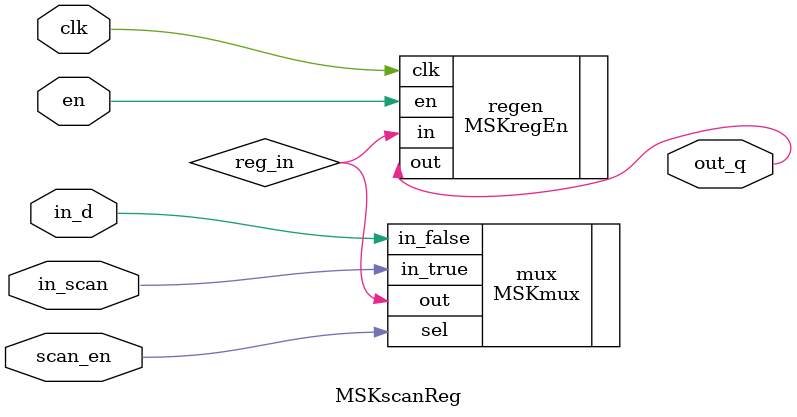
<source format=v>

(* fv_strat = "flatten" *)
module MSKscanReg #(parameter d=1, parameter count=1) (clk, en, scan_en, in_d, in_scan, out_q);

input clk;
input en;
input scan_en;
input  [count*d-1:0] in_d;
input  [count*d-1:0] in_scan;
output [count*d-1:0] out_q;

wire [count*d-1:0] reg_in;
MSKmux #(.d(d), .count(count)) mux (.sel(scan_en), .in_true(in_scan), .in_false(in_d), .out(reg_in));
MSKregEn #(.d(d), .count(count)) regen (.clk(clk), .en(en), .in(reg_in), .out(out_q));

endmodule

</source>
